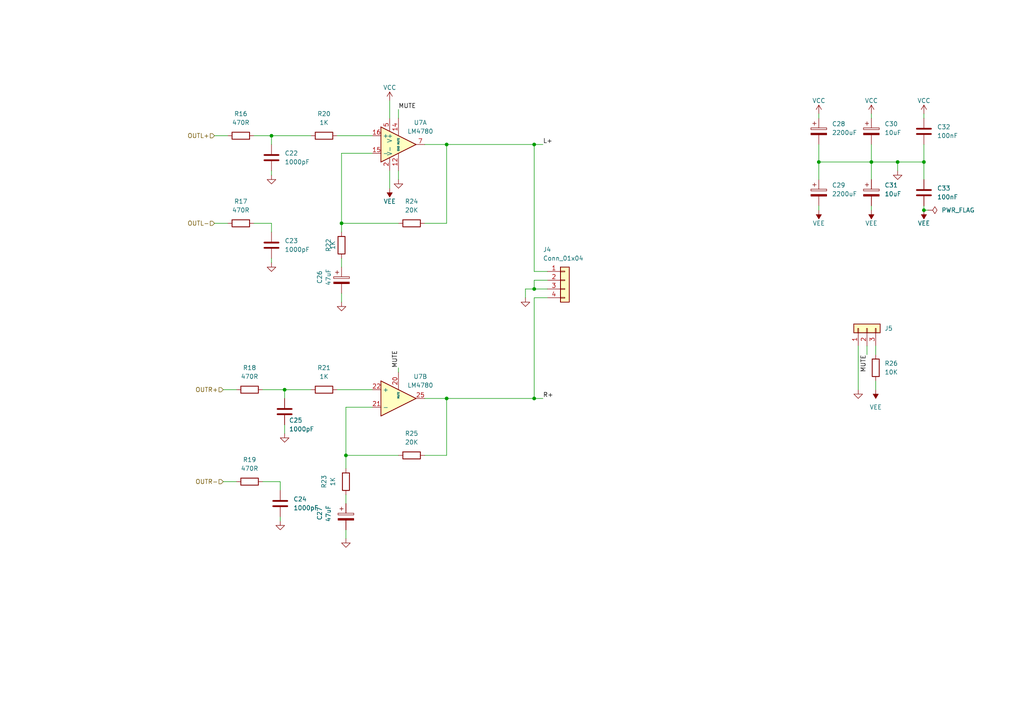
<source format=kicad_sch>
(kicad_sch (version 20211123) (generator eeschema)
  (paper "A4")
  (lib_symbols
    (symbol "Connector_Generic:Conn_01x03" (pin_names (offset 1.016) hide)
      (property "Reference" "J" (at 0 5.08 0))
      (property "Value" "Conn_01x03" (at 0 -5.08 0))
      (symbol "Conn_01x03_1_1"
        (rectangle (start -1.27 -2.413) (end 0 -2.667) (stroke (width 0.1524)))
        (rectangle (start -1.27 0.127) (end 0 -0.127) (stroke (width 0.1524)))
        (rectangle (start -1.27 2.667) (end 0 2.413) (stroke (width 0.1524)))
        (rectangle (start -1.27 3.81) (end 1.27 -3.81) (stroke (width 0.254)) (fill (type background)))
        (pin passive line (at -5.08 2.54 0) (length 3.81) (name "Pin_1") (number "1"))
        (pin passive line (at -5.08 0 0) (length 3.81) (name "Pin_2") (number "2"))
        (pin passive line (at -5.08 -2.54 0) (length 3.81) (name "Pin_3") (number "3"))
      )
    )
    (symbol "Connector_Generic:Conn_01x04" (pin_names (offset 1.016) hide)
      (property "Reference" "J" (at 0 5.08 0))
      (property "Value" "Conn_01x04" (at 0 -7.62 0))
      (symbol "Conn_01x04_1_1"
        (rectangle (start -1.27 -4.953) (end 0 -5.207) (stroke (width 0.1524)))
        (rectangle (start -1.27 -2.413) (end 0 -2.667) (stroke (width 0.1524)))
        (rectangle (start -1.27 0.127) (end 0 -0.127) (stroke (width 0.1524)))
        (rectangle (start -1.27 2.667) (end 0 2.413) (stroke (width 0.1524)))
        (rectangle (start -1.27 3.81) (end 1.27 -6.35) (stroke (width 0.254)) (fill (type background)))
        (pin passive line (at -5.08 2.54 0) (length 3.81) (name "Pin_1") (number "1"))
        (pin passive line (at -5.08 0 0) (length 3.81) (name "Pin_2") (number "2"))
        (pin passive line (at -5.08 -2.54 0) (length 3.81) (name "Pin_3") (number "3"))
        (pin passive line (at -5.08 -5.08 0) (length 3.81) (name "Pin_4") (number "4"))
      )
    )
    (symbol "Device:C" (pin_numbers hide) (pin_names (offset 0.254))
      (property "Reference" "C" (at 0.635 2.54 0))
      (property "Value" "C" (at 0.635 -2.54 0))
      (symbol "C_0_1"
        (polyline (pts (xy -2.032 -0.762) (xy 2.032 -0.762)) (stroke (width 0.508)))
        (polyline (pts (xy -2.032 0.762) (xy 2.032 0.762)) (stroke (width 0.508)))
      )
      (symbol "C_1_1"
        (pin passive line (at 0 3.81 270) (length 2.794) (name "~") (number "1"))
        (pin passive line (at 0 -3.81 90) (length 2.794) (name "~") (number "2"))
      )
    )
    (symbol "Device:C_Polarized" (pin_numbers hide) (pin_names (offset 0.254))
      (property "Reference" "C" (at 0.635 2.54 0))
      (property "Value" "C_Polarized" (at 0.635 -2.54 0))
      (symbol "C_Polarized_0_1"
        (rectangle (start -2.286 0.508) (end 2.286 1.016))
        (polyline (pts (xy -1.778 2.286) (xy -0.762 2.286)))
        (polyline (pts (xy -1.27 2.794) (xy -1.27 1.778)))
        (rectangle (start 2.286 -0.508) (end -2.286 -1.016) (fill (type outline)))
      )
      (symbol "C_Polarized_1_1"
        (pin passive line (at 0 3.81 270) (length 2.794) (name "~") (number "1"))
        (pin passive line (at 0 -3.81 90) (length 2.794) (name "~") (number "2"))
      )
    )
    (symbol "Device:R" (pin_numbers hide) (pin_names (offset 0))
      (property "Reference" "R" (at 2.032 0 90))
      (property "Value" "R" (at 0 0 90))
      (symbol "R_0_1"
        (rectangle (start -1.016 -2.54) (end 1.016 2.54) (stroke (width 0.254)))
      )
      (symbol "R_1_1"
        (pin passive line (at 0 3.81 270) (length 1.27) (name "~") (number "1"))
        (pin passive line (at 0 -3.81 90) (length 1.27) (name "~") (number "2"))
      )
    )
    (symbol "Etnolit:LM4780"
      (property "Reference" "U" (at 0 0 0))
      (property "Value" "LM4780" (at 8.89 -6.35 0))
      (symbol "LM4780_0_1"
        (polyline (pts (xy -3.81 5.08) (xy 6.35 0) (xy -3.81 -5.08) (xy -3.81 5.08)) (stroke (width 0.254)) (fill (type background)))
      )
      (symbol "LM4780_1_1"
        (pin no_connect line (at 6.35 8.89 270) (length 2.54) hide (name "NC") (number "1"))
        (pin passive line (at -1.27 -7.62 90) (length 3.81) hide (name "V-") (number "10"))
        (pin passive line (at -1.27 -7.62 90) (length 3.81) hide (name "V-") (number "11"))
        (pin power_in line (at 1.27 -7.62 90) (length 5.08) (name "GND") (number "12"))
        (pin no_connect line (at 13.97 8.89 270) (length 2.54) hide (name "NC") (number "13"))
        (pin input line (at 1.27 7.62 270) (length 5.08) (name "MUTE") (number "14"))
        (pin input line (at -6.35 -2.54 0) (length 2.54) (name "-") (number "15"))
        (pin input line (at -6.35 2.54 0) (length 2.54) (name "+") (number "16"))
        (pin passive line (at -1.27 7.62 270) (length 3.81) hide (name "V+") (number "17"))
        (pin passive line (at -1.27 -7.62 90) (length 3.81) hide (name "V-") (number "18"))
        (pin passive line (at 1.27 -7.62 90) (length 5.08) hide (name "GND") (number "19"))
        (pin power_in line (at -1.27 -7.62 90) (length 3.81) (name "V-") (number "2"))
        (pin no_connect line (at 16.51 8.89 270) (length 2.54) hide (name "NC") (number "23"))
        (pin no_connect line (at 19.05 8.89 270) (length 2.54) hide (name "NC") (number "24"))
        (pin no_connect line (at 21.59 8.89 270) (length 2.54) hide (name "NC") (number "26"))
        (pin passive line (at -1.27 7.62 270) (length 3.81) hide (name "V+") (number "27"))
        (pin no_connect line (at 8.89 8.89 270) (length 2.54) hide (name "NC") (number "3"))
        (pin passive line (at -1.27 -7.62 90) (length 3.81) hide (name "V-") (number "4"))
        (pin power_in line (at -1.27 7.62 270) (length 3.81) (name "V+") (number "5"))
        (pin no_connect line (at 11.43 8.89 270) (length 2.54) hide (name "NC") (number "6"))
        (pin output line (at 8.89 0 180) (length 2.54) (name "~") (number "7"))
        (pin passive line (at -1.27 7.62 270) (length 3.81) hide (name "V+") (number "8"))
        (pin passive line (at -1.27 7.62 270) (length 3.81) hide (name "V+") (number "9"))
      )
      (symbol "LM4780_2_1"
        (pin input line (at 1.27 7.62 270) (length 5.08) (name "MUTE") (number "20"))
        (pin input line (at -6.35 -2.54 0) (length 2.54) (name "-") (number "21"))
        (pin input line (at -6.35 2.54 0) (length 2.54) (name "+") (number "22"))
        (pin output line (at 8.89 0 180) (length 2.54) (name "~") (number "25"))
      )
    )
    (symbol "power:GND" (power) (pin_names (offset 0))
      (property "Value" "GND" (at 0 -3.81 0))
      (symbol "GND_0_1"
        (polyline (pts (xy 0 0) (xy 0 -1.27) (xy 1.27 -1.27) (xy 0 -2.54) (xy -1.27 -1.27) (xy 0 -1.27)))
      )
      (symbol "GND_1_1"
        (pin power_in line (at 0 0 270) (length 0) hide (name "GND") (number "1"))
      )
    )
    (symbol "power:PWR_FLAG" (power) (pin_numbers hide) (pin_names (offset 0) hide)
      (property "Value" "PWR_FLAG" (at 0 3.81 0))
      (symbol "PWR_FLAG_0_0"
        (pin power_out line (at 0 0 90) (length 0) (name "pwr") (number "1"))
      )
      (symbol "PWR_FLAG_0_1"
        (polyline (pts (xy 0 0) (xy 0 1.27) (xy -1.016 1.905) (xy 0 2.54) (xy 1.016 1.905) (xy 0 1.27)))
      )
    )
    (symbol "power:VCC" (power) (pin_names (offset 0))
      (property "Value" "VCC" (at 0 3.81 0))
      (symbol "VCC_0_1"
        (polyline (pts (xy -0.762 1.27) (xy 0 2.54)))
        (polyline (pts (xy 0 0) (xy 0 2.54)))
        (polyline (pts (xy 0 2.54) (xy 0.762 1.27)))
      )
      (symbol "VCC_1_1"
        (pin power_in line (at 0 0 90) (length 0) hide (name "VCC") (number "1"))
      )
    )
    (symbol "power:VEE" (power) (pin_names (offset 0))
      (property "Value" "VEE" (at 0 3.81 0))
      (symbol "VEE_0_1"
        (polyline (pts (xy 0 0) (xy 0 2.54)))
        (polyline (pts (xy 0.762 1.27) (xy -0.762 1.27) (xy 0 2.54) (xy 0.762 1.27)) (fill (type outline)))
      )
      (symbol "VEE_1_1"
        (pin power_in line (at 0 0 90) (length 0) hide (name "VEE") (number "1"))
      )
    )
  )
  (junction (at 252.73 46.99))
  (junction (at 99.06 64.77))
  (junction (at 82.55 113.03))
  (junction (at 154.94 115.57))
  (junction (at 267.97 46.99))
  (junction (at 78.74 39.37))
  (junction (at 100.33 132.08))
  (junction (at 129.54 41.91))
  (junction (at 129.54 115.57))
  (junction (at 267.97 60.96))
  (junction (at 260.35 46.99))
  (junction (at 154.94 83.82))
  (junction (at 154.94 41.91))
  (junction (at 237.49 46.99))
  (wire (pts (xy 62.23 64.77) (xy 66.04 64.77)))
  (wire (pts (xy 267.97 60.96) (xy 269.24 60.96)))
  (wire (pts (xy 129.54 64.77) (xy 129.54 41.91)))
  (wire (pts (xy 99.06 64.77) (xy 115.57 64.77)))
  (wire (pts (xy 99.06 85.09) (xy 99.06 87.63)))
  (wire (pts (xy 129.54 132.08) (xy 129.54 115.57)))
  (wire (pts (xy 78.74 49.53) (xy 78.74 50.8)))
  (wire (pts (xy 113.03 49.53) (xy 113.03 54.61)))
  (wire (pts (xy 78.74 64.77) (xy 78.74 67.31)))
  (wire (pts (xy 64.77 139.7) (xy 68.58 139.7)))
  (wire (pts (xy 73.66 64.77) (xy 78.74 64.77)))
  (wire (pts (xy 99.06 44.45) (xy 107.95 44.45)))
  (wire (pts (xy 81.28 149.86) (xy 81.28 151.13)))
  (wire (pts (xy 237.49 46.99) (xy 252.73 46.99)))
  (wire (pts (xy 115.57 106.68) (xy 115.57 107.95)))
  (wire (pts (xy 154.94 41.91) (xy 157.48 41.91)))
  (wire (pts (xy 154.94 81.28) (xy 154.94 83.82)))
  (wire (pts (xy 100.33 132.08) (xy 115.57 132.08)))
  (wire (pts (xy 267.97 59.69) (xy 267.97 60.96)))
  (wire (pts (xy 99.06 64.77) (xy 99.06 67.31)))
  (wire (pts (xy 129.54 41.91) (xy 154.94 41.91)))
  (wire (pts (xy 78.74 74.93) (xy 78.74 76.2)))
  (wire (pts (xy 99.06 44.45) (xy 99.06 64.77)))
  (wire (pts (xy 99.06 77.47) (xy 99.06 74.93)))
  (wire (pts (xy 97.79 113.03) (xy 107.95 113.03)))
  (wire (pts (xy 100.33 132.08) (xy 100.33 135.89)))
  (wire (pts (xy 76.2 139.7) (xy 81.28 139.7)))
  (wire (pts (xy 97.79 39.37) (xy 107.95 39.37)))
  (wire (pts (xy 154.94 83.82) (xy 152.4 83.82)))
  (wire (pts (xy 252.73 46.99) (xy 252.73 52.07)))
  (wire (pts (xy 237.49 46.99) (xy 237.49 52.07)))
  (wire (pts (xy 100.33 146.05) (xy 100.33 143.51)))
  (wire (pts (xy 129.54 41.91) (xy 123.19 41.91)))
  (wire (pts (xy 154.94 78.74) (xy 154.94 41.91)))
  (wire (pts (xy 237.49 34.29) (xy 237.49 33.02)))
  (wire (pts (xy 100.33 118.11) (xy 107.95 118.11)))
  (wire (pts (xy 154.94 115.57) (xy 154.94 86.36)))
  (wire (pts (xy 237.49 41.91) (xy 237.49 46.99)))
  (wire (pts (xy 158.75 78.74) (xy 154.94 78.74)))
  (wire (pts (xy 260.35 49.53) (xy 260.35 46.99)))
  (wire (pts (xy 260.35 46.99) (xy 267.97 46.99)))
  (wire (pts (xy 82.55 123.19) (xy 82.55 125.73)))
  (wire (pts (xy 64.77 113.03) (xy 68.58 113.03)))
  (wire (pts (xy 78.74 39.37) (xy 78.74 41.91)))
  (wire (pts (xy 82.55 113.03) (xy 82.55 115.57)))
  (wire (pts (xy 267.97 41.91) (xy 267.97 46.99)))
  (wire (pts (xy 81.28 139.7) (xy 81.28 142.24)))
  (wire (pts (xy 115.57 49.53) (xy 115.57 52.07)))
  (wire (pts (xy 123.19 115.57) (xy 129.54 115.57)))
  (wire (pts (xy 252.73 46.99) (xy 260.35 46.99)))
  (wire (pts (xy 129.54 115.57) (xy 154.94 115.57)))
  (wire (pts (xy 158.75 83.82) (xy 154.94 83.82)))
  (wire (pts (xy 252.73 59.69) (xy 252.73 60.96)))
  (wire (pts (xy 248.92 113.03) (xy 248.92 100.33)))
  (wire (pts (xy 154.94 115.57) (xy 157.48 115.57)))
  (wire (pts (xy 100.33 118.11) (xy 100.33 132.08)))
  (wire (pts (xy 237.49 59.69) (xy 237.49 60.96)))
  (wire (pts (xy 154.94 86.36) (xy 158.75 86.36)))
  (wire (pts (xy 73.66 39.37) (xy 78.74 39.37)))
  (wire (pts (xy 267.97 46.99) (xy 267.97 52.07)))
  (wire (pts (xy 252.73 41.91) (xy 252.73 46.99)))
  (wire (pts (xy 123.19 132.08) (xy 129.54 132.08)))
  (wire (pts (xy 254 102.87) (xy 254 100.33)))
  (wire (pts (xy 62.23 39.37) (xy 66.04 39.37)))
  (wire (pts (xy 82.55 113.03) (xy 90.17 113.03)))
  (wire (pts (xy 152.4 83.82) (xy 152.4 86.36)))
  (wire (pts (xy 123.19 64.77) (xy 129.54 64.77)))
  (wire (pts (xy 254 110.49) (xy 254 113.03)))
  (wire (pts (xy 113.03 29.21) (xy 113.03 34.29)))
  (wire (pts (xy 115.57 31.75) (xy 115.57 34.29)))
  (wire (pts (xy 251.46 102.87) (xy 251.46 100.33)))
  (wire (pts (xy 252.73 34.29) (xy 252.73 33.02)))
  (wire (pts (xy 76.2 113.03) (xy 82.55 113.03)))
  (wire (pts (xy 100.33 153.67) (xy 100.33 156.21)))
  (wire (pts (xy 267.97 34.29) (xy 267.97 33.02)))
  (wire (pts (xy 158.75 81.28) (xy 154.94 81.28)))
  (wire (pts (xy 78.74 39.37) (xy 90.17 39.37)))
  (label "R+" (at 157.48 115.57 0))
  (label "MUTE" (at 115.57 31.75 0))
  (label "MUTE" (at 115.57 106.68 90))
  (label "L+" (at 157.48 41.91 0))
  (label "MUTE" (at 251.46 102.87 270))
  (hierarchical_label "OUTR-" (shape input) (at 64.77 139.7 180))
  (hierarchical_label "OUTL+" (shape input) (at 62.23 39.37 180))
  (hierarchical_label "OUTR+" (shape input) (at 64.77 113.03 180))
  (hierarchical_label "OUTL-" (shape input) (at 62.23 64.77 180))
  (symbol (lib_id "power:GND") (at 115.57 52.07 0) (unit 1)
    (property "Reference" "#PWR049" (effects hide))
    (property "Value" "GND" (effects hide))
  )
  (symbol (lib_id "power:VEE") (at 113.03 54.61 180) (unit 1)
    (property "Reference" "#PWR048" (effects hide))
    (property "Value" "VEE" (at 113.03 58.42 0))
  )
  (symbol (lib_id "power:VCC") (at 113.03 29.21 0) (unit 1)
    (property "Reference" "#PWR047" (effects hide))
    (property "Value" "VCC" (at 113.03 25.4 0))
  )
  (symbol (lib_id "Device:R") (at 119.38 132.08 90) (unit 1)
    (property "Reference" "R25" (at 119.38 125.73 90))
    (property "Value" "20K" (at 119.38 128.27 90))
    (property "Footprint" "Resistor_SMD:R_0805_2012Metric" (effects hide))
  )
  (symbol (lib_id "Device:C_Polarized") (at 252.73 55.88 0) (unit 1)
    (property "Reference" "C31" (at 256.54 53.7209 0) (effects (justify left)))
    (property "Value" "10uF" (at 256.54 56.2609 0) (effects (justify left)))
    (property "Footprint" "Capacitor_THT:CP_Radial_D6.3mm_P2.50mm" (effects hide))
  )
  (symbol (lib_id "Device:R") (at 69.85 39.37 270) (unit 1)
    (property "Reference" "R16" (at 69.85 33.02 90))
    (property "Value" "470R" (at 69.85 35.56 90))
    (property "Footprint" "Resistor_SMD:R_0805_2012Metric" (effects hide))
  )
  (symbol (lib_id "Device:R") (at 69.85 64.77 270) (unit 1)
    (property "Reference" "R17" (at 69.85 58.42 90))
    (property "Value" "470R" (at 69.85 60.96 90))
    (property "Footprint" "Resistor_SMD:R_0805_2012Metric" (effects hide))
  )
  (symbol (lib_id "Device:R") (at 72.39 113.03 270) (unit 1)
    (property "Reference" "R18" (at 72.39 106.68 90))
    (property "Value" "470R" (at 72.39 109.22 90))
    (property "Footprint" "Resistor_SMD:R_0805_2012Metric" (effects hide))
  )
  (symbol (lib_id "power:VCC") (at 237.49 33.02 0) (unit 1)
    (property "Reference" "#PWR051" (effects hide))
    (property "Value" "VCC" (at 237.49 29.21 0))
  )
  (symbol (lib_id "Etnolit:LM4780") (at 114.3 41.91 0) (unit 1)
    (property "Reference" "U7" (at 121.92 35.56 0))
    (property "Value" "LM4780" (at 121.92 38.1 0))
    (property "Footprint" "Etnolit:TO-220-27" (effects hide))
  )
  (symbol (lib_id "Device:R") (at 99.06 71.12 180) (unit 1)
    (property "Reference" "R22" (at 95.25 71.12 90))
    (property "Value" "1K" (at 96.52 71.12 90))
    (property "Footprint" "Resistor_SMD:R_0805_2012Metric" (effects hide))
  )
  (symbol (lib_id "power:GND") (at 78.74 76.2 0) (unit 1)
    (property "Reference" "#PWR042" (effects hide))
    (property "Value" "GND" (effects hide))
  )
  (symbol (lib_id "power:GND") (at 260.35 49.53 0) (unit 1)
    (property "Reference" "#PWR057" (effects hide))
    (property "Value" "GND" (effects hide))
  )
  (symbol (lib_id "power:VEE") (at 254 113.03 180) (unit 1)
    (property "Reference" "#PWR056" (effects hide))
    (property "Value" "VEE" (at 254 118.11 0))
  )
  (symbol (lib_id "power:GND") (at 100.33 156.21 0) (unit 1)
    (property "Reference" "#PWR046" (effects hide))
    (property "Value" "GND" (effects hide))
  )
  (symbol (lib_id "Connector_Generic:Conn_01x04") (at 163.83 81.28 0) (unit 1)
    (property "Reference" "J4" (at 157.48 72.39 0) (effects (justify left)))
    (property "Value" "Conn_01x04" (at 157.48 74.93 0) (effects (justify left)))
    (property "Footprint" "Connector_Phoenix_MSTB:PhoenixContact_MSTBVA_2,5_4-G_1x04_P5.00mm_Vertical" (effects hide))
  )
  (symbol (lib_id "Connector_Generic:Conn_01x03") (at 251.46 95.25 90) (unit 1)
    (property "Reference" "J5" (at 256.54 95.2499 90) (effects (justify right)))
    (property "Value" "Conn_01x03" (effects hide))
    (property "Footprint" "Connector_PinHeader_2.54mm:PinHeader_1x03_P2.54mm_Vertical" (effects hide))
  )
  (symbol (lib_id "Device:C_Polarized") (at 99.06 81.28 0) (unit 1)
    (property "Reference" "C26" (at 92.71 80.391 90))
    (property "Value" "47uF" (at 95.25 80.391 90))
    (property "Footprint" "Capacitor_THT:CP_Radial_D6.3mm_P2.50mm" (effects hide))
  )
  (symbol (lib_id "Device:R") (at 72.39 139.7 270) (unit 1)
    (property "Reference" "R19" (at 72.39 133.35 90))
    (property "Value" "470R" (at 72.39 135.89 90))
    (property "Footprint" "Resistor_SMD:R_0805_2012Metric" (effects hide))
  )
  (symbol (lib_id "Device:C") (at 267.97 38.1 0) (unit 1)
    (property "Reference" "C32" (at 271.78 36.8299 0) (effects (justify left)))
    (property "Value" "100nF" (at 271.78 39.3699 0) (effects (justify left)))
    (property "Footprint" "Capacitor_SMD:C_0805_2012Metric" (effects hide))
  )
  (symbol (lib_id "power:GND") (at 81.28 151.13 0) (unit 1)
    (property "Reference" "#PWR043" (effects hide))
    (property "Value" "GND" (effects hide))
  )
  (symbol (lib_id "Device:C_Polarized") (at 237.49 38.1 0) (unit 1)
    (property "Reference" "C28" (at 241.3 35.9409 0) (effects (justify left)))
    (property "Value" "2200uF" (at 241.3 38.4809 0) (effects (justify left)))
    (property "Footprint" "Capacitor_THT:CP_Radial_D18.0mm_P7.50mm" (effects hide))
  )
  (symbol (lib_id "Device:R") (at 100.33 139.7 180) (unit 1)
    (property "Reference" "R23" (at 93.98 139.7 90))
    (property "Value" "1K" (at 96.52 139.7 90))
    (property "Footprint" "Resistor_SMD:R_0805_2012Metric" (effects hide))
  )
  (symbol (lib_id "power:GND") (at 248.92 113.03 0) (unit 1)
    (property "Reference" "#PWR053" (effects hide))
    (property "Value" "GND" (effects hide))
  )
  (symbol (lib_id "Device:C_Polarized") (at 100.33 149.86 0) (unit 1)
    (property "Reference" "C27" (at 92.71 148.971 90))
    (property "Value" "47uF" (at 95.25 148.971 90))
    (property "Footprint" "Capacitor_THT:CP_Radial_D6.3mm_P2.50mm" (effects hide))
  )
  (symbol (lib_id "Device:C") (at 78.74 71.12 180) (unit 1)
    (property "Reference" "C23" (at 82.55 69.8499 0) (effects (justify right)))
    (property "Value" "1000pF" (at 82.55 72.3899 0) (effects (justify right)))
    (property "Footprint" "Capacitor_SMD:C_0805_2012Metric" (effects hide))
  )
  (symbol (lib_id "power:VEE") (at 267.97 60.96 180) (unit 1)
    (property "Reference" "#PWR059" (effects hide))
    (property "Value" "VEE" (at 267.97 64.77 0))
  )
  (symbol (lib_id "power:VEE") (at 237.49 60.96 180) (unit 1)
    (property "Reference" "#PWR052" (effects hide))
    (property "Value" "VEE" (at 237.49 64.77 0))
  )
  (symbol (lib_id "power:GND") (at 152.4 86.36 0) (unit 1)
    (property "Reference" "#PWR050" (effects hide))
    (property "Value" "GND" (effects hide))
  )
  (symbol (lib_id "power:VCC") (at 252.73 33.02 0) (unit 1)
    (property "Reference" "#PWR054" (effects hide))
    (property "Value" "VCC" (at 252.73 29.21 0))
  )
  (symbol (lib_id "power:GND") (at 82.55 125.73 0) (unit 1)
    (property "Reference" "#PWR044" (effects hide))
    (property "Value" "GND" (effects hide))
  )
  (symbol (lib_id "Device:R") (at 93.98 39.37 90) (unit 1)
    (property "Reference" "R20" (at 93.98 33.02 90))
    (property "Value" "1K" (at 93.98 35.56 90))
    (property "Footprint" "Resistor_SMD:R_0805_2012Metric" (effects hide))
  )
  (symbol (lib_id "power:VCC") (at 267.97 33.02 0) (unit 1)
    (property "Reference" "#PWR058" (effects hide))
    (property "Value" "VCC" (at 267.97 29.21 0))
  )
  (symbol (lib_id "power:PWR_FLAG") (at 269.24 60.96 270) (unit 1)
    (property "Reference" "#FLG0101" (effects hide))
    (property "Value" "PWR_FLAG" (at 273.05 60.96 90) (effects (justify left)))
  )
  (symbol (lib_id "Device:R") (at 254 106.68 0) (unit 1)
    (property "Reference" "R26" (at 256.54 105.4099 0) (effects (justify left)))
    (property "Value" "10K" (at 256.54 107.9499 0) (effects (justify left)))
    (property "Footprint" "Resistor_SMD:R_0805_2012Metric" (effects hide))
  )
  (symbol (lib_id "Device:C_Polarized") (at 252.73 38.1 0) (unit 1)
    (property "Reference" "C30" (at 256.54 35.9409 0) (effects (justify left)))
    (property "Value" "10uF" (at 256.54 38.4809 0) (effects (justify left)))
    (property "Footprint" "Capacitor_THT:CP_Radial_D6.3mm_P2.50mm" (effects hide))
  )
  (symbol (lib_id "Device:C") (at 81.28 146.05 180) (unit 1)
    (property "Reference" "C24" (at 85.09 144.7799 0) (effects (justify right)))
    (property "Value" "1000pF" (at 85.09 147.3199 0) (effects (justify right)))
    (property "Footprint" "Capacitor_SMD:C_0805_2012Metric" (effects hide))
  )
  (symbol (lib_id "Device:C") (at 267.97 55.88 180) (unit 1)
    (property "Reference" "C33" (at 271.78 54.6099 0) (effects (justify right)))
    (property "Value" "100nF" (at 271.78 57.1499 0) (effects (justify right)))
    (property "Footprint" "Capacitor_SMD:C_0805_2012Metric" (effects hide))
  )
  (symbol (lib_id "Device:C_Polarized") (at 237.49 55.88 0) (unit 1)
    (property "Reference" "C29" (at 241.3 53.7209 0) (effects (justify left)))
    (property "Value" "2200uF" (at 241.3 56.2609 0) (effects (justify left)))
    (property "Footprint" "Capacitor_THT:CP_Radial_D18.0mm_P7.50mm" (effects hide))
  )
  (symbol (lib_id "power:VEE") (at 252.73 60.96 180) (unit 1)
    (property "Reference" "#PWR055" (effects hide))
    (property "Value" "VEE" (at 252.73 64.77 0))
  )
  (symbol (lib_id "Device:C") (at 78.74 45.72 180) (unit 1)
    (property "Reference" "C22" (at 82.55 44.4499 0) (effects (justify right)))
    (property "Value" "1000pF" (at 82.55 46.9899 0) (effects (justify right)))
    (property "Footprint" "Capacitor_SMD:C_0805_2012Metric" (effects hide))
  )
  (symbol (lib_id "Device:R") (at 119.38 64.77 90) (unit 1)
    (property "Reference" "R24" (at 119.38 58.42 90))
    (property "Value" "20K" (at 119.38 60.96 90))
    (property "Footprint" "Resistor_SMD:R_0805_2012Metric" (effects hide))
  )
  (symbol (lib_id "Device:C") (at 82.55 119.38 0) (unit 1)
    (property "Reference" "C25" (at 83.82 121.92 0) (effects (justify left)))
    (property "Value" "1000pF" (at 83.82 124.46 0) (effects (justify left)))
    (property "Footprint" "Capacitor_SMD:C_0805_2012Metric" (effects hide))
  )
  (symbol (lib_id "Device:R") (at 93.98 113.03 90) (unit 1)
    (property "Reference" "R21" (at 93.98 106.68 90))
    (property "Value" "1K" (at 93.98 109.22 90))
    (property "Footprint" "Resistor_SMD:R_0805_2012Metric" (effects hide))
  )
  (symbol (lib_id "power:GND") (at 78.74 50.8 0) (unit 1)
    (property "Reference" "#PWR041" (effects hide))
    (property "Value" "GND" (effects hide))
  )
  (symbol (lib_id "Etnolit:LM4780") (at 114.3 115.57 0) (unit 2)
    (property "Reference" "U7" (at 121.92 109.22 0))
    (property "Value" "LM4780" (at 121.92 111.76 0))
    (property "Footprint" "Etnolit:TO-220-27" (effects hide))
  )
  (symbol (lib_id "power:GND") (at 99.06 87.63 0) (unit 1)
    (property "Reference" "#PWR045" (effects hide))
    (property "Value" "GND" (effects hide))
  )
)
</source>
